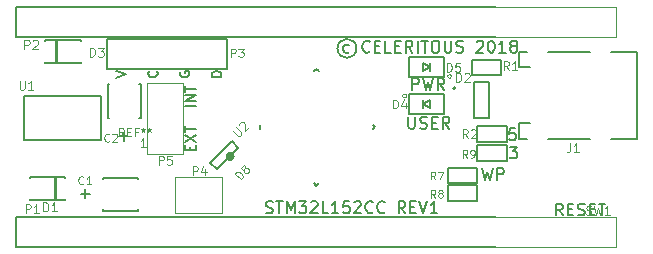
<source format=gto>
G04 #@! TF.FileFunction,Legend,Top*
%FSLAX46Y46*%
G04 Gerber Fmt 4.6, Leading zero omitted, Abs format (unit mm)*
G04 Created by KiCad (PCBNEW 4.0.7) date 06/12/18 13:46:57*
%MOMM*%
%LPD*%
G01*
G04 APERTURE LIST*
%ADD10C,0.100000*%
%ADD11C,0.150000*%
%ADD12C,0.200000*%
%ADD13C,0.152400*%
%ADD14C,0.300000*%
%ADD15C,0.250000*%
%ADD16C,0.097500*%
G04 APERTURE END LIST*
D10*
D11*
X41756667Y8487619D02*
X42375715Y8487619D01*
X42042381Y8106667D01*
X42185239Y8106667D01*
X42280477Y8059048D01*
X42328096Y8011429D01*
X42375715Y7916190D01*
X42375715Y7678095D01*
X42328096Y7582857D01*
X42280477Y7535238D01*
X42185239Y7487619D01*
X41899524Y7487619D01*
X41804286Y7535238D01*
X41756667Y7582857D01*
X42228096Y10047619D02*
X41751905Y10047619D01*
X41704286Y9571429D01*
X41751905Y9619048D01*
X41847143Y9666667D01*
X42085239Y9666667D01*
X42180477Y9619048D01*
X42228096Y9571429D01*
X42275715Y9476190D01*
X42275715Y9238095D01*
X42228096Y9142857D01*
X42180477Y9095238D01*
X42085239Y9047619D01*
X41847143Y9047619D01*
X41751905Y9095238D01*
X41704286Y9142857D01*
X8431905Y14343333D02*
X9231905Y14610000D01*
X8431905Y14876667D01*
X11855714Y14857619D02*
X11893810Y14819524D01*
X11931905Y14705238D01*
X11931905Y14629048D01*
X11893810Y14514762D01*
X11817619Y14438571D01*
X11741429Y14400476D01*
X11589048Y14362381D01*
X11474762Y14362381D01*
X11322381Y14400476D01*
X11246190Y14438571D01*
X11170000Y14514762D01*
X11131905Y14629048D01*
X11131905Y14705238D01*
X11170000Y14819524D01*
X11208095Y14857619D01*
X13870000Y14819524D02*
X13831905Y14743333D01*
X13831905Y14629048D01*
X13870000Y14514762D01*
X13946190Y14438571D01*
X14022381Y14400476D01*
X14174762Y14362381D01*
X14289048Y14362381D01*
X14441429Y14400476D01*
X14517619Y14438571D01*
X14593810Y14514762D01*
X14631905Y14629048D01*
X14631905Y14705238D01*
X14593810Y14819524D01*
X14555714Y14857619D01*
X14289048Y14857619D01*
X14289048Y14705238D01*
X17331905Y14400476D02*
X16531905Y14400476D01*
X16531905Y14590952D01*
X16570000Y14705238D01*
X16646190Y14781429D01*
X16722381Y14819524D01*
X16874762Y14857619D01*
X16989048Y14857619D01*
X17141429Y14819524D01*
X17217619Y14781429D01*
X17293810Y14705238D01*
X17331905Y14590952D01*
X17331905Y14400476D01*
X21108095Y2905238D02*
X21250952Y2857619D01*
X21489048Y2857619D01*
X21584286Y2905238D01*
X21631905Y2952857D01*
X21679524Y3048095D01*
X21679524Y3143333D01*
X21631905Y3238571D01*
X21584286Y3286190D01*
X21489048Y3333810D01*
X21298571Y3381429D01*
X21203333Y3429048D01*
X21155714Y3476667D01*
X21108095Y3571905D01*
X21108095Y3667143D01*
X21155714Y3762381D01*
X21203333Y3810000D01*
X21298571Y3857619D01*
X21536667Y3857619D01*
X21679524Y3810000D01*
X21965238Y3857619D02*
X22536667Y3857619D01*
X22250952Y2857619D02*
X22250952Y3857619D01*
X22870000Y2857619D02*
X22870000Y3857619D01*
X23203334Y3143333D01*
X23536667Y3857619D01*
X23536667Y2857619D01*
X23917619Y3857619D02*
X24536667Y3857619D01*
X24203333Y3476667D01*
X24346191Y3476667D01*
X24441429Y3429048D01*
X24489048Y3381429D01*
X24536667Y3286190D01*
X24536667Y3048095D01*
X24489048Y2952857D01*
X24441429Y2905238D01*
X24346191Y2857619D01*
X24060476Y2857619D01*
X23965238Y2905238D01*
X23917619Y2952857D01*
X24917619Y3762381D02*
X24965238Y3810000D01*
X25060476Y3857619D01*
X25298572Y3857619D01*
X25393810Y3810000D01*
X25441429Y3762381D01*
X25489048Y3667143D01*
X25489048Y3571905D01*
X25441429Y3429048D01*
X24870000Y2857619D01*
X25489048Y2857619D01*
X26393810Y2857619D02*
X25917619Y2857619D01*
X25917619Y3857619D01*
X27250953Y2857619D02*
X26679524Y2857619D01*
X26965238Y2857619D02*
X26965238Y3857619D01*
X26870000Y3714762D01*
X26774762Y3619524D01*
X26679524Y3571905D01*
X28155715Y3857619D02*
X27679524Y3857619D01*
X27631905Y3381429D01*
X27679524Y3429048D01*
X27774762Y3476667D01*
X28012858Y3476667D01*
X28108096Y3429048D01*
X28155715Y3381429D01*
X28203334Y3286190D01*
X28203334Y3048095D01*
X28155715Y2952857D01*
X28108096Y2905238D01*
X28012858Y2857619D01*
X27774762Y2857619D01*
X27679524Y2905238D01*
X27631905Y2952857D01*
X28584286Y3762381D02*
X28631905Y3810000D01*
X28727143Y3857619D01*
X28965239Y3857619D01*
X29060477Y3810000D01*
X29108096Y3762381D01*
X29155715Y3667143D01*
X29155715Y3571905D01*
X29108096Y3429048D01*
X28536667Y2857619D01*
X29155715Y2857619D01*
X30155715Y2952857D02*
X30108096Y2905238D01*
X29965239Y2857619D01*
X29870001Y2857619D01*
X29727143Y2905238D01*
X29631905Y3000476D01*
X29584286Y3095714D01*
X29536667Y3286190D01*
X29536667Y3429048D01*
X29584286Y3619524D01*
X29631905Y3714762D01*
X29727143Y3810000D01*
X29870001Y3857619D01*
X29965239Y3857619D01*
X30108096Y3810000D01*
X30155715Y3762381D01*
X31155715Y2952857D02*
X31108096Y2905238D01*
X30965239Y2857619D01*
X30870001Y2857619D01*
X30727143Y2905238D01*
X30631905Y3000476D01*
X30584286Y3095714D01*
X30536667Y3286190D01*
X30536667Y3429048D01*
X30584286Y3619524D01*
X30631905Y3714762D01*
X30727143Y3810000D01*
X30870001Y3857619D01*
X30965239Y3857619D01*
X31108096Y3810000D01*
X31155715Y3762381D01*
X32917620Y2857619D02*
X32584286Y3333810D01*
X32346191Y2857619D02*
X32346191Y3857619D01*
X32727144Y3857619D01*
X32822382Y3810000D01*
X32870001Y3762381D01*
X32917620Y3667143D01*
X32917620Y3524286D01*
X32870001Y3429048D01*
X32822382Y3381429D01*
X32727144Y3333810D01*
X32346191Y3333810D01*
X33346191Y3381429D02*
X33679525Y3381429D01*
X33822382Y2857619D02*
X33346191Y2857619D01*
X33346191Y3857619D01*
X33822382Y3857619D01*
X34108096Y3857619D02*
X34441429Y2857619D01*
X34774763Y3857619D01*
X35631906Y2857619D02*
X35060477Y2857619D01*
X35346191Y2857619D02*
X35346191Y3857619D01*
X35250953Y3714762D01*
X35155715Y3619524D01*
X35060477Y3571905D01*
D12*
X28771561Y16810000D02*
G75*
G03X28771561Y16810000I-801561J0D01*
G01*
D11*
X28139048Y16505238D02*
X28043810Y16457619D01*
X27853333Y16457619D01*
X27758095Y16505238D01*
X27710476Y16552857D01*
X27662857Y16648095D01*
X27662857Y16933810D01*
X27710476Y17029048D01*
X27758095Y17076667D01*
X27853333Y17124286D01*
X28043810Y17124286D01*
X28139048Y17076667D01*
X29900953Y16552857D02*
X29853334Y16505238D01*
X29710477Y16457619D01*
X29615239Y16457619D01*
X29472381Y16505238D01*
X29377143Y16600476D01*
X29329524Y16695714D01*
X29281905Y16886190D01*
X29281905Y17029048D01*
X29329524Y17219524D01*
X29377143Y17314762D01*
X29472381Y17410000D01*
X29615239Y17457619D01*
X29710477Y17457619D01*
X29853334Y17410000D01*
X29900953Y17362381D01*
X30329524Y16981429D02*
X30662858Y16981429D01*
X30805715Y16457619D02*
X30329524Y16457619D01*
X30329524Y17457619D01*
X30805715Y17457619D01*
X31710477Y16457619D02*
X31234286Y16457619D01*
X31234286Y17457619D01*
X32043810Y16981429D02*
X32377144Y16981429D01*
X32520001Y16457619D02*
X32043810Y16457619D01*
X32043810Y17457619D01*
X32520001Y17457619D01*
X33520001Y16457619D02*
X33186667Y16933810D01*
X32948572Y16457619D02*
X32948572Y17457619D01*
X33329525Y17457619D01*
X33424763Y17410000D01*
X33472382Y17362381D01*
X33520001Y17267143D01*
X33520001Y17124286D01*
X33472382Y17029048D01*
X33424763Y16981429D01*
X33329525Y16933810D01*
X32948572Y16933810D01*
X33948572Y16457619D02*
X33948572Y17457619D01*
X34281905Y17457619D02*
X34853334Y17457619D01*
X34567619Y16457619D02*
X34567619Y17457619D01*
X35377143Y17457619D02*
X35567620Y17457619D01*
X35662858Y17410000D01*
X35758096Y17314762D01*
X35805715Y17124286D01*
X35805715Y16790952D01*
X35758096Y16600476D01*
X35662858Y16505238D01*
X35567620Y16457619D01*
X35377143Y16457619D01*
X35281905Y16505238D01*
X35186667Y16600476D01*
X35139048Y16790952D01*
X35139048Y17124286D01*
X35186667Y17314762D01*
X35281905Y17410000D01*
X35377143Y17457619D01*
X36234286Y17457619D02*
X36234286Y16648095D01*
X36281905Y16552857D01*
X36329524Y16505238D01*
X36424762Y16457619D01*
X36615239Y16457619D01*
X36710477Y16505238D01*
X36758096Y16552857D01*
X36805715Y16648095D01*
X36805715Y17457619D01*
X37234286Y16505238D02*
X37377143Y16457619D01*
X37615239Y16457619D01*
X37710477Y16505238D01*
X37758096Y16552857D01*
X37805715Y16648095D01*
X37805715Y16743333D01*
X37758096Y16838571D01*
X37710477Y16886190D01*
X37615239Y16933810D01*
X37424762Y16981429D01*
X37329524Y17029048D01*
X37281905Y17076667D01*
X37234286Y17171905D01*
X37234286Y17267143D01*
X37281905Y17362381D01*
X37329524Y17410000D01*
X37424762Y17457619D01*
X37662858Y17457619D01*
X37805715Y17410000D01*
X38948572Y17362381D02*
X38996191Y17410000D01*
X39091429Y17457619D01*
X39329525Y17457619D01*
X39424763Y17410000D01*
X39472382Y17362381D01*
X39520001Y17267143D01*
X39520001Y17171905D01*
X39472382Y17029048D01*
X38900953Y16457619D01*
X39520001Y16457619D01*
X40139048Y17457619D02*
X40234287Y17457619D01*
X40329525Y17410000D01*
X40377144Y17362381D01*
X40424763Y17267143D01*
X40472382Y17076667D01*
X40472382Y16838571D01*
X40424763Y16648095D01*
X40377144Y16552857D01*
X40329525Y16505238D01*
X40234287Y16457619D01*
X40139048Y16457619D01*
X40043810Y16505238D01*
X39996191Y16552857D01*
X39948572Y16648095D01*
X39900953Y16838571D01*
X39900953Y17076667D01*
X39948572Y17267143D01*
X39996191Y17362381D01*
X40043810Y17410000D01*
X40139048Y17457619D01*
X41424763Y16457619D02*
X40853334Y16457619D01*
X41139048Y16457619D02*
X41139048Y17457619D01*
X41043810Y17314762D01*
X40948572Y17219524D01*
X40853334Y17171905D01*
X41996191Y17029048D02*
X41900953Y17076667D01*
X41853334Y17124286D01*
X41805715Y17219524D01*
X41805715Y17267143D01*
X41853334Y17362381D01*
X41900953Y17410000D01*
X41996191Y17457619D01*
X42186668Y17457619D01*
X42281906Y17410000D01*
X42329525Y17362381D01*
X42377144Y17267143D01*
X42377144Y17219524D01*
X42329525Y17124286D01*
X42281906Y17076667D01*
X42186668Y17029048D01*
X41996191Y17029048D01*
X41900953Y16981429D01*
X41853334Y16933810D01*
X41805715Y16838571D01*
X41805715Y16648095D01*
X41853334Y16552857D01*
X41900953Y16505238D01*
X41996191Y16457619D01*
X42186668Y16457619D01*
X42281906Y16505238D01*
X42329525Y16552857D01*
X42377144Y16648095D01*
X42377144Y16838571D01*
X42329525Y16933810D01*
X42281906Y16981429D01*
X42186668Y17029048D01*
X14705714Y8181430D02*
X14705714Y8481430D01*
X15177143Y8610001D02*
X15177143Y8181430D01*
X14277143Y8181430D01*
X14277143Y8610001D01*
X14277143Y8910001D02*
X15177143Y9510001D01*
X14277143Y9510001D02*
X15177143Y8910001D01*
X14277143Y9724287D02*
X14277143Y10238573D01*
X15177143Y9981430D02*
X14277143Y9981430D01*
X15177143Y11910001D02*
X14277143Y11910001D01*
X15177143Y12338572D02*
X14277143Y12338572D01*
X15177143Y12852857D01*
X14277143Y12852857D01*
X14277143Y13152857D02*
X14277143Y13667143D01*
X15177143Y13410000D02*
X14277143Y13410000D01*
X39441429Y6657619D02*
X39679524Y5657619D01*
X39870001Y6371905D01*
X40060477Y5657619D01*
X40298572Y6657619D01*
X40679524Y5657619D02*
X40679524Y6657619D01*
X41060477Y6657619D01*
X41155715Y6610000D01*
X41203334Y6562381D01*
X41250953Y6467143D01*
X41250953Y6324286D01*
X41203334Y6229048D01*
X41155715Y6181429D01*
X41060477Y6133810D01*
X40679524Y6133810D01*
X33496667Y13287619D02*
X33496667Y14287619D01*
X33877620Y14287619D01*
X33972858Y14240000D01*
X34020477Y14192381D01*
X34068096Y14097143D01*
X34068096Y13954286D01*
X34020477Y13859048D01*
X33972858Y13811429D01*
X33877620Y13763810D01*
X33496667Y13763810D01*
X34401429Y14287619D02*
X34639524Y13287619D01*
X34830001Y14001905D01*
X35020477Y13287619D01*
X35258572Y14287619D01*
X36210953Y13287619D02*
X35877619Y13763810D01*
X35639524Y13287619D02*
X35639524Y14287619D01*
X36020477Y14287619D01*
X36115715Y14240000D01*
X36163334Y14192381D01*
X36210953Y14097143D01*
X36210953Y13954286D01*
X36163334Y13859048D01*
X36115715Y13811429D01*
X36020477Y13763810D01*
X35639524Y13763810D01*
X33165714Y11007619D02*
X33165714Y10198095D01*
X33213333Y10102857D01*
X33260952Y10055238D01*
X33356190Y10007619D01*
X33546667Y10007619D01*
X33641905Y10055238D01*
X33689524Y10102857D01*
X33737143Y10198095D01*
X33737143Y11007619D01*
X34165714Y10055238D02*
X34308571Y10007619D01*
X34546667Y10007619D01*
X34641905Y10055238D01*
X34689524Y10102857D01*
X34737143Y10198095D01*
X34737143Y10293333D01*
X34689524Y10388571D01*
X34641905Y10436190D01*
X34546667Y10483810D01*
X34356190Y10531429D01*
X34260952Y10579048D01*
X34213333Y10626667D01*
X34165714Y10721905D01*
X34165714Y10817143D01*
X34213333Y10912381D01*
X34260952Y10960000D01*
X34356190Y11007619D01*
X34594286Y11007619D01*
X34737143Y10960000D01*
X35165714Y10531429D02*
X35499048Y10531429D01*
X35641905Y10007619D02*
X35165714Y10007619D01*
X35165714Y11007619D01*
X35641905Y11007619D01*
X36641905Y10007619D02*
X36308571Y10483810D01*
X36070476Y10007619D02*
X36070476Y11007619D01*
X36451429Y11007619D01*
X36546667Y10960000D01*
X36594286Y10912381D01*
X36641905Y10817143D01*
X36641905Y10674286D01*
X36594286Y10579048D01*
X36546667Y10531429D01*
X36451429Y10483810D01*
X36070476Y10483810D01*
X46237619Y2667619D02*
X45904285Y3143810D01*
X45666190Y2667619D02*
X45666190Y3667619D01*
X46047143Y3667619D01*
X46142381Y3620000D01*
X46190000Y3572381D01*
X46237619Y3477143D01*
X46237619Y3334286D01*
X46190000Y3239048D01*
X46142381Y3191429D01*
X46047143Y3143810D01*
X45666190Y3143810D01*
X46666190Y3191429D02*
X46999524Y3191429D01*
X47142381Y2667619D02*
X46666190Y2667619D01*
X46666190Y3667619D01*
X47142381Y3667619D01*
X47523333Y2715238D02*
X47666190Y2667619D01*
X47904286Y2667619D01*
X47999524Y2715238D01*
X48047143Y2762857D01*
X48094762Y2858095D01*
X48094762Y2953333D01*
X48047143Y3048571D01*
X47999524Y3096190D01*
X47904286Y3143810D01*
X47713809Y3191429D01*
X47618571Y3239048D01*
X47570952Y3286667D01*
X47523333Y3381905D01*
X47523333Y3477143D01*
X47570952Y3572381D01*
X47618571Y3620000D01*
X47713809Y3667619D01*
X47951905Y3667619D01*
X48094762Y3620000D01*
X48523333Y3191429D02*
X48856667Y3191429D01*
X48999524Y2667619D02*
X48523333Y2667619D01*
X48523333Y3667619D01*
X48999524Y3667619D01*
X49285238Y3667619D02*
X49856667Y3667619D01*
X49570952Y2667619D02*
X49570952Y3667619D01*
X39966500Y13936000D02*
X39966500Y10936000D01*
X39966500Y10936000D02*
X38766500Y10936000D01*
X38766500Y10936000D02*
X38766500Y13936000D01*
X38766500Y13936000D02*
X39966500Y13936000D01*
X37166500Y13436000D02*
G75*
G03X37166500Y13436000I-100000J0D01*
G01*
X43232000Y9117000D02*
X42532000Y9117000D01*
X42532000Y9117000D02*
X42532000Y10517000D01*
X42532000Y10517000D02*
X43432000Y10517000D01*
X48532000Y9117000D02*
X45032000Y9117000D01*
X50332000Y16517000D02*
X52532000Y16517000D01*
X52532000Y16517000D02*
X52532000Y9117000D01*
X52532000Y9117000D02*
X50332000Y9117000D01*
X45032000Y16517000D02*
X48532000Y16517000D01*
X43432000Y15217000D02*
X42532000Y15217000D01*
X42532000Y15217000D02*
X42532000Y16517000D01*
X42532000Y16517000D02*
X43232000Y16517000D01*
D10*
X40630000Y2530000D02*
X50790000Y2530000D01*
X50790000Y2530000D02*
X50790000Y-10000D01*
X50790000Y-10000D02*
X40630000Y-10000D01*
D13*
X25390000Y-10000D02*
X40630000Y-10000D01*
X40630000Y2530000D02*
X25390000Y2530000D01*
X25390000Y-10000D02*
X-10000Y-10000D01*
D11*
X-10000Y-10000D02*
X-10000Y2530000D01*
X-10000Y2530000D02*
X25390000Y2530000D01*
D10*
X40630000Y20310000D02*
X50790000Y20310000D01*
X50790000Y20310000D02*
X50790000Y17770000D01*
X50790000Y17770000D02*
X40630000Y17770000D01*
D13*
X25390000Y17770000D02*
X40630000Y17770000D01*
X40630000Y20310000D02*
X25390000Y20310000D01*
X25390000Y17770000D02*
X-10000Y17770000D01*
D11*
X-10000Y17770000D02*
X-10000Y20310000D01*
X-10000Y20310000D02*
X25390000Y20310000D01*
X17790000Y17630000D02*
X17790000Y15090000D01*
X17790000Y15090000D02*
X7630000Y15090000D01*
X7630000Y15090000D02*
X7630000Y17630000D01*
X7630000Y17630000D02*
X17790000Y17630000D01*
D12*
X38554500Y15816000D02*
X41054500Y15816000D01*
X41054500Y15816000D02*
X41054500Y14516000D01*
X41054500Y14516000D02*
X38554500Y14516000D01*
X38554500Y14516000D02*
X38554500Y15816000D01*
X41520000Y8910000D02*
X39020000Y8910000D01*
X39020000Y8910000D02*
X39020000Y10210000D01*
X39020000Y10210000D02*
X41520000Y10210000D01*
X41520000Y10210000D02*
X41520000Y8910000D01*
D11*
X620000Y12810000D02*
X7120000Y12810000D01*
X7120000Y12810000D02*
X7120000Y9060000D01*
X7120000Y9060000D02*
X620000Y9060000D01*
X620000Y9060000D02*
X620000Y12810000D01*
D14*
X18306310Y7655285D02*
G75*
G03X18306310Y7655285I-224442J0D01*
G01*
D11*
X20617029Y9973223D02*
X20617029Y10326777D01*
X25213223Y14922971D02*
X25390000Y15099747D01*
X25390000Y15099747D02*
X25566777Y14922971D01*
X25566777Y5377029D02*
X25390000Y5200253D01*
X25390000Y5200253D02*
X25213223Y5377029D01*
X30162971Y9973223D02*
X30339747Y10150000D01*
X30339747Y10150000D02*
X30162971Y10326777D01*
D12*
X33220000Y12960000D02*
X36220000Y12960000D01*
X36220000Y12960000D02*
X36220000Y11260000D01*
X36220000Y11260000D02*
X33220000Y11260000D01*
X33220000Y11260000D02*
X33220000Y12960000D01*
X34425600Y12110000D02*
X35014400Y12450000D01*
X35014400Y12450000D02*
X35014400Y11770000D01*
X35014400Y11770000D02*
X34425600Y12110000D01*
X34425600Y12450000D02*
X34425600Y11770000D01*
X36220000Y14410000D02*
X33220000Y14410000D01*
X33220000Y14410000D02*
X33220000Y16110000D01*
X33220000Y16110000D02*
X36220000Y16110000D01*
X36220000Y16110000D02*
X36220000Y14410000D01*
X35014400Y15260000D02*
X34425600Y14920000D01*
X34425600Y14920000D02*
X34425600Y15600000D01*
X34425600Y15600000D02*
X35014400Y15260000D01*
X35014400Y14920000D02*
X35014400Y15600000D01*
D10*
X17420000Y2910000D02*
X13420000Y2910000D01*
X17420000Y5910000D02*
X13420000Y5910000D01*
X13420000Y5910000D02*
X13420000Y2910000D01*
X17420000Y2910000D02*
X17420000Y5910000D01*
X11070000Y7910000D02*
X11070000Y13910000D01*
X14070000Y13910000D02*
X14070000Y7910000D01*
X14070000Y13910000D02*
X11070000Y13910000D01*
X11070000Y7910000D02*
X14070000Y7910000D01*
D12*
X39020000Y5410000D02*
X36520000Y5410000D01*
X36520000Y5410000D02*
X36520000Y6710000D01*
X36520000Y6710000D02*
X39020000Y6710000D01*
X39020000Y6710000D02*
X39020000Y5410000D01*
X36520000Y5210000D02*
X39020000Y5210000D01*
X39020000Y5210000D02*
X39020000Y3910000D01*
X39020000Y3910000D02*
X36520000Y3910000D01*
X36520000Y3910000D02*
X36520000Y5210000D01*
X41520000Y7310000D02*
X39020000Y7310000D01*
X39020000Y7310000D02*
X39020000Y8610000D01*
X39020000Y8610000D02*
X41520000Y8610000D01*
X41520000Y8610000D02*
X41520000Y7310000D01*
D11*
X10390000Y13807000D02*
X10517000Y13807000D01*
X10517000Y13807000D02*
X10517000Y10886000D01*
X10517000Y10886000D02*
X10390000Y10886000D01*
X7850000Y10886000D02*
X7723000Y10886000D01*
X7723000Y10886000D02*
X7723000Y13807000D01*
X7723000Y13807000D02*
X7850000Y13807000D01*
X10267000Y3190000D02*
X10267000Y3063000D01*
X10267000Y3063000D02*
X7346000Y3063000D01*
X7346000Y3063000D02*
X7346000Y3190000D01*
X7346000Y5730000D02*
X7346000Y5857000D01*
X7346000Y5857000D02*
X10267000Y5857000D01*
X10267000Y5857000D02*
X10267000Y5730000D01*
X18764975Y8403503D02*
X18199289Y8969188D01*
X18199289Y8969188D02*
X16360812Y7130711D01*
X16360812Y7130711D02*
X16926497Y6565025D01*
X16926497Y6565025D02*
X18764975Y8403503D01*
D15*
X3320000Y15660000D02*
X3320000Y17460000D01*
D11*
X5420000Y17460000D02*
X5420000Y17560000D01*
X5420000Y17560000D02*
X2420000Y17560000D01*
X2420000Y17560000D02*
X2420000Y17460000D01*
X5420000Y15660000D02*
X5420000Y15560000D01*
X5420000Y15560000D02*
X2420000Y15560000D01*
X2420000Y15560000D02*
X2420000Y15660000D01*
D15*
X3220000Y5860000D02*
X3220000Y4060000D01*
D11*
X1120000Y4060000D02*
X1120000Y3960000D01*
X1120000Y3960000D02*
X4120000Y3960000D01*
X4120000Y3960000D02*
X4120000Y4060000D01*
X1120000Y5860000D02*
X1120000Y5960000D01*
X1120000Y5960000D02*
X4120000Y5960000D01*
X4120000Y5960000D02*
X4120000Y5860000D01*
D10*
X37216428Y13970714D02*
X37216428Y14720714D01*
X37395000Y14720714D01*
X37502143Y14685000D01*
X37573571Y14613571D01*
X37609286Y14542143D01*
X37645000Y14399286D01*
X37645000Y14292143D01*
X37609286Y14149286D01*
X37573571Y14077857D01*
X37502143Y14006429D01*
X37395000Y13970714D01*
X37216428Y13970714D01*
X37930714Y14649286D02*
X37966428Y14685000D01*
X38037857Y14720714D01*
X38216428Y14720714D01*
X38287857Y14685000D01*
X38323571Y14649286D01*
X38359286Y14577857D01*
X38359286Y14506429D01*
X38323571Y14399286D01*
X37895000Y13970714D01*
X38359286Y13970714D01*
X46857000Y8782714D02*
X46857000Y8247000D01*
X46821286Y8139857D01*
X46749857Y8068429D01*
X46642714Y8032714D01*
X46571286Y8032714D01*
X47607001Y8032714D02*
X47178429Y8032714D01*
X47392715Y8032714D02*
X47392715Y8782714D01*
X47321286Y8675571D01*
X47249858Y8604143D01*
X47178429Y8568429D01*
X803334Y2893333D02*
X803334Y3593333D01*
X1070000Y3593333D01*
X1136667Y3560000D01*
X1170000Y3526667D01*
X1203334Y3460000D01*
X1203334Y3360000D01*
X1170000Y3293333D01*
X1136667Y3260000D01*
X1070000Y3226667D01*
X803334Y3226667D01*
X1870000Y2893333D02*
X1470000Y2893333D01*
X1670000Y2893333D02*
X1670000Y3593333D01*
X1603334Y3493333D01*
X1536667Y3426667D01*
X1470000Y3393333D01*
X666428Y16770714D02*
X666428Y17520714D01*
X952143Y17520714D01*
X1023571Y17485000D01*
X1059286Y17449286D01*
X1095000Y17377857D01*
X1095000Y17270714D01*
X1059286Y17199286D01*
X1023571Y17163571D01*
X952143Y17127857D01*
X666428Y17127857D01*
X1380714Y17449286D02*
X1416428Y17485000D01*
X1487857Y17520714D01*
X1666428Y17520714D01*
X1737857Y17485000D01*
X1773571Y17449286D01*
X1809286Y17377857D01*
X1809286Y17306429D01*
X1773571Y17199286D01*
X1345000Y16770714D01*
X1809286Y16770714D01*
X18153334Y16093333D02*
X18153334Y16793333D01*
X18420000Y16793333D01*
X18486667Y16760000D01*
X18520000Y16726667D01*
X18553334Y16660000D01*
X18553334Y16560000D01*
X18520000Y16493333D01*
X18486667Y16460000D01*
X18420000Y16426667D01*
X18153334Y16426667D01*
X18786667Y16793333D02*
X19220000Y16793333D01*
X18986667Y16526667D01*
X19086667Y16526667D01*
X19153334Y16493333D01*
X19186667Y16460000D01*
X19220000Y16393333D01*
X19220000Y16226667D01*
X19186667Y16160000D01*
X19153334Y16126667D01*
X19086667Y16093333D01*
X18886667Y16093333D01*
X18820000Y16126667D01*
X18786667Y16160000D01*
X41695000Y14970714D02*
X41445000Y15327857D01*
X41266428Y14970714D02*
X41266428Y15720714D01*
X41552143Y15720714D01*
X41623571Y15685000D01*
X41659286Y15649286D01*
X41695000Y15577857D01*
X41695000Y15470714D01*
X41659286Y15399286D01*
X41623571Y15363571D01*
X41552143Y15327857D01*
X41266428Y15327857D01*
X42409286Y14970714D02*
X41980714Y14970714D01*
X42195000Y14970714D02*
X42195000Y15720714D01*
X42123571Y15613571D01*
X42052143Y15542143D01*
X41980714Y15506429D01*
X38195000Y9220714D02*
X37945000Y9577857D01*
X37766428Y9220714D02*
X37766428Y9970714D01*
X38052143Y9970714D01*
X38123571Y9935000D01*
X38159286Y9899286D01*
X38195000Y9827857D01*
X38195000Y9720714D01*
X38159286Y9649286D01*
X38123571Y9613571D01*
X38052143Y9577857D01*
X37766428Y9577857D01*
X38480714Y9899286D02*
X38516428Y9935000D01*
X38587857Y9970714D01*
X38766428Y9970714D01*
X38837857Y9935000D01*
X38873571Y9899286D01*
X38909286Y9827857D01*
X38909286Y9756429D01*
X38873571Y9649286D01*
X38445000Y9220714D01*
X38909286Y9220714D01*
X250571Y14062714D02*
X250571Y13455571D01*
X286286Y13384143D01*
X322000Y13348429D01*
X393429Y13312714D01*
X536286Y13312714D01*
X607714Y13348429D01*
X643429Y13384143D01*
X679143Y13455571D01*
X679143Y14062714D01*
X1429143Y13312714D02*
X1000571Y13312714D01*
X1214857Y13312714D02*
X1214857Y14062714D01*
X1143428Y13955571D01*
X1072000Y13884143D01*
X1000571Y13848429D01*
X18282020Y9845857D02*
X18711335Y9416542D01*
X18787096Y9391289D01*
X18837604Y9391289D01*
X18913366Y9416543D01*
X19014381Y9517558D01*
X19039634Y9593320D01*
X19039635Y9643828D01*
X19014381Y9719589D01*
X18585066Y10148904D01*
X18862857Y10325680D02*
X18862857Y10376187D01*
X18888112Y10451949D01*
X19014380Y10578218D01*
X19090142Y10603472D01*
X19140649Y10603472D01*
X19216411Y10578218D01*
X19266919Y10527711D01*
X19317426Y10426695D01*
X19317427Y9820604D01*
X19645726Y10148904D01*
X31866428Y11720714D02*
X31866428Y12470714D01*
X32045000Y12470714D01*
X32152143Y12435000D01*
X32223571Y12363571D01*
X32259286Y12292143D01*
X32295000Y12149286D01*
X32295000Y12042143D01*
X32259286Y11899286D01*
X32223571Y11827857D01*
X32152143Y11756429D01*
X32045000Y11720714D01*
X31866428Y11720714D01*
X32937857Y12220714D02*
X32937857Y11720714D01*
X32759286Y12506429D02*
X32580714Y11970714D01*
X33045000Y11970714D01*
X32781905Y12983810D02*
X32858095Y12983810D01*
X32934286Y12945714D01*
X32972381Y12869524D01*
X32972381Y12793333D01*
X32934286Y12717143D01*
X32858095Y12679048D01*
X32781905Y12679048D01*
X32705714Y12717143D01*
X32667619Y12793333D01*
X32667619Y12869524D01*
X32705714Y12945714D01*
X32781905Y12983810D01*
X36416428Y14820714D02*
X36416428Y15570714D01*
X36595000Y15570714D01*
X36702143Y15535000D01*
X36773571Y15463571D01*
X36809286Y15392143D01*
X36845000Y15249286D01*
X36845000Y15142143D01*
X36809286Y14999286D01*
X36773571Y14927857D01*
X36702143Y14856429D01*
X36595000Y14820714D01*
X36416428Y14820714D01*
X37523571Y15570714D02*
X37166428Y15570714D01*
X37130714Y15213571D01*
X37166428Y15249286D01*
X37237857Y15285000D01*
X37416428Y15285000D01*
X37487857Y15249286D01*
X37523571Y15213571D01*
X37559286Y15142143D01*
X37559286Y14963571D01*
X37523571Y14892143D01*
X37487857Y14856429D01*
X37416428Y14820714D01*
X37237857Y14820714D01*
X37166428Y14856429D01*
X37130714Y14892143D01*
X36581905Y14633810D02*
X36658095Y14633810D01*
X36734286Y14595714D01*
X36772381Y14519524D01*
X36772381Y14443333D01*
X36734286Y14367143D01*
X36658095Y14329048D01*
X36581905Y14329048D01*
X36505714Y14367143D01*
X36467619Y14443333D01*
X36467619Y14519524D01*
X36505714Y14595714D01*
X36581905Y14633810D01*
X14916428Y6070714D02*
X14916428Y6820714D01*
X15202143Y6820714D01*
X15273571Y6785000D01*
X15309286Y6749286D01*
X15345000Y6677857D01*
X15345000Y6570714D01*
X15309286Y6499286D01*
X15273571Y6463571D01*
X15202143Y6427857D01*
X14916428Y6427857D01*
X15987857Y6570714D02*
X15987857Y6070714D01*
X15809286Y6856429D02*
X15630714Y6320714D01*
X16095000Y6320714D01*
X12016428Y6970714D02*
X12016428Y7720714D01*
X12302143Y7720714D01*
X12373571Y7685000D01*
X12409286Y7649286D01*
X12445000Y7577857D01*
X12445000Y7470714D01*
X12409286Y7399286D01*
X12373571Y7363571D01*
X12302143Y7327857D01*
X12016428Y7327857D01*
X13123571Y7720714D02*
X12766428Y7720714D01*
X12730714Y7363571D01*
X12766428Y7399286D01*
X12837857Y7435000D01*
X13016428Y7435000D01*
X13087857Y7399286D01*
X13123571Y7363571D01*
X13159286Y7292143D01*
X13159286Y7113571D01*
X13123571Y7042143D01*
X13087857Y7006429D01*
X13016428Y6970714D01*
X12837857Y6970714D01*
X12766428Y7006429D01*
X12730714Y7042143D01*
X10934286Y8470714D02*
X10505714Y8470714D01*
X10720000Y8470714D02*
X10720000Y9220714D01*
X10648571Y9113571D01*
X10577143Y9042143D01*
X10505714Y9006429D01*
X48220000Y2756429D02*
X48327143Y2720714D01*
X48505714Y2720714D01*
X48577143Y2756429D01*
X48612857Y2792143D01*
X48648572Y2863571D01*
X48648572Y2935000D01*
X48612857Y3006429D01*
X48577143Y3042143D01*
X48505714Y3077857D01*
X48362857Y3113571D01*
X48291429Y3149286D01*
X48255714Y3185000D01*
X48220000Y3256429D01*
X48220000Y3327857D01*
X48255714Y3399286D01*
X48291429Y3435000D01*
X48362857Y3470714D01*
X48541429Y3470714D01*
X48648572Y3435000D01*
X48898572Y3470714D02*
X49077143Y2720714D01*
X49220000Y3256429D01*
X49362858Y2720714D01*
X49541429Y3470714D01*
X50220001Y2720714D02*
X49791429Y2720714D01*
X50005715Y2720714D02*
X50005715Y3470714D01*
X49934286Y3363571D01*
X49862858Y3292143D01*
X49791429Y3256429D01*
D16*
X35461666Y5715952D02*
X35245000Y6025476D01*
X35090238Y5715952D02*
X35090238Y6365952D01*
X35337857Y6365952D01*
X35399762Y6335000D01*
X35430714Y6304048D01*
X35461666Y6242143D01*
X35461666Y6149286D01*
X35430714Y6087381D01*
X35399762Y6056429D01*
X35337857Y6025476D01*
X35090238Y6025476D01*
X35678333Y6365952D02*
X36111666Y6365952D01*
X35833095Y5715952D01*
X35461666Y4165952D02*
X35245000Y4475476D01*
X35090238Y4165952D02*
X35090238Y4815952D01*
X35337857Y4815952D01*
X35399762Y4785000D01*
X35430714Y4754048D01*
X35461666Y4692143D01*
X35461666Y4599286D01*
X35430714Y4537381D01*
X35399762Y4506429D01*
X35337857Y4475476D01*
X35090238Y4475476D01*
X35833095Y4537381D02*
X35771190Y4568333D01*
X35740238Y4599286D01*
X35709286Y4661190D01*
X35709286Y4692143D01*
X35740238Y4754048D01*
X35771190Y4785000D01*
X35833095Y4815952D01*
X35956905Y4815952D01*
X36018809Y4785000D01*
X36049762Y4754048D01*
X36080714Y4692143D01*
X36080714Y4661190D01*
X36049762Y4599286D01*
X36018809Y4568333D01*
X35956905Y4537381D01*
X35833095Y4537381D01*
X35771190Y4506429D01*
X35740238Y4475476D01*
X35709286Y4413571D01*
X35709286Y4289762D01*
X35740238Y4227857D01*
X35771190Y4196905D01*
X35833095Y4165952D01*
X35956905Y4165952D01*
X36018809Y4196905D01*
X36049762Y4227857D01*
X36080714Y4289762D01*
X36080714Y4413571D01*
X36049762Y4475476D01*
X36018809Y4506429D01*
X35956905Y4537381D01*
X38161666Y7565952D02*
X37945000Y7875476D01*
X37790238Y7565952D02*
X37790238Y8215952D01*
X38037857Y8215952D01*
X38099762Y8185000D01*
X38130714Y8154048D01*
X38161666Y8092143D01*
X38161666Y7999286D01*
X38130714Y7937381D01*
X38099762Y7906429D01*
X38037857Y7875476D01*
X37790238Y7875476D01*
X38471190Y7565952D02*
X38595000Y7565952D01*
X38656905Y7596905D01*
X38687857Y7627857D01*
X38749762Y7720714D01*
X38780714Y7844524D01*
X38780714Y8092143D01*
X38749762Y8154048D01*
X38718809Y8185000D01*
X38656905Y8215952D01*
X38533095Y8215952D01*
X38471190Y8185000D01*
X38440238Y8154048D01*
X38409286Y8092143D01*
X38409286Y7937381D01*
X38440238Y7875476D01*
X38471190Y7844524D01*
X38533095Y7813571D01*
X38656905Y7813571D01*
X38718809Y7844524D01*
X38749762Y7875476D01*
X38780714Y7937381D01*
D10*
X7853334Y8960000D02*
X7820000Y8926667D01*
X7720000Y8893333D01*
X7653334Y8893333D01*
X7553334Y8926667D01*
X7486667Y8993333D01*
X7453334Y9060000D01*
X7420000Y9193333D01*
X7420000Y9293333D01*
X7453334Y9426667D01*
X7486667Y9493333D01*
X7553334Y9560000D01*
X7653334Y9593333D01*
X7720000Y9593333D01*
X7820000Y9560000D01*
X7853334Y9526667D01*
X8120000Y9526667D02*
X8153334Y9560000D01*
X8220000Y9593333D01*
X8386667Y9593333D01*
X8453334Y9560000D01*
X8486667Y9526667D01*
X8520000Y9460000D01*
X8520000Y9393333D01*
X8486667Y9293333D01*
X8086667Y8893333D01*
X8520000Y8893333D01*
D11*
X9064429Y8981048D02*
X9064429Y9742953D01*
X9445381Y9362001D02*
X8683476Y9362001D01*
D10*
X5653334Y5360000D02*
X5620000Y5326667D01*
X5520000Y5293333D01*
X5453334Y5293333D01*
X5353334Y5326667D01*
X5286667Y5393333D01*
X5253334Y5460000D01*
X5220000Y5593333D01*
X5220000Y5693333D01*
X5253334Y5826667D01*
X5286667Y5893333D01*
X5353334Y5960000D01*
X5453334Y5993333D01*
X5520000Y5993333D01*
X5620000Y5960000D01*
X5653334Y5926667D01*
X6320000Y5293333D02*
X5920000Y5293333D01*
X6120000Y5293333D02*
X6120000Y5993333D01*
X6053334Y5893333D01*
X5986667Y5826667D01*
X5920000Y5793333D01*
D11*
X5441048Y4515571D02*
X6202953Y4515571D01*
X5822001Y4134619D02*
X5822001Y4896524D01*
D10*
X18978579Y5720745D02*
X18483605Y6215719D01*
X18601455Y6333570D01*
X18695736Y6380711D01*
X18790017Y6380711D01*
X18860727Y6357141D01*
X18978579Y6286430D01*
X19049290Y6215719D01*
X19120000Y6097868D01*
X19143571Y6027157D01*
X19143570Y5932877D01*
X19096430Y5838595D01*
X18978579Y5720745D01*
X19261422Y6569273D02*
X19190711Y6545703D01*
X19143571Y6545703D01*
X19072859Y6569273D01*
X19049289Y6592843D01*
X19025719Y6663554D01*
X19025719Y6710694D01*
X19049290Y6781405D01*
X19143571Y6875685D01*
X19214281Y6899256D01*
X19261421Y6899256D01*
X19332132Y6875685D01*
X19355702Y6852115D01*
X19379273Y6781405D01*
X19379273Y6734265D01*
X19355703Y6663553D01*
X19261422Y6569273D01*
X19237851Y6498562D01*
X19237851Y6451422D01*
X19261421Y6380711D01*
X19355702Y6286430D01*
X19426413Y6262860D01*
X19473553Y6262860D01*
X19544265Y6286430D01*
X19638545Y6380711D01*
X19662115Y6451422D01*
X19662115Y6498562D01*
X19638545Y6569273D01*
X19544264Y6663553D01*
X19473553Y6687124D01*
X19426413Y6687124D01*
X19355703Y6663553D01*
X6216428Y16120714D02*
X6216428Y16870714D01*
X6395000Y16870714D01*
X6502143Y16835000D01*
X6573571Y16763571D01*
X6609286Y16692143D01*
X6645000Y16549286D01*
X6645000Y16442143D01*
X6609286Y16299286D01*
X6573571Y16227857D01*
X6502143Y16156429D01*
X6395000Y16120714D01*
X6216428Y16120714D01*
X6895000Y16870714D02*
X7359286Y16870714D01*
X7109286Y16585000D01*
X7216428Y16585000D01*
X7287857Y16549286D01*
X7323571Y16513571D01*
X7359286Y16442143D01*
X7359286Y16263571D01*
X7323571Y16192143D01*
X7287857Y16156429D01*
X7216428Y16120714D01*
X7002143Y16120714D01*
X6930714Y16156429D01*
X6895000Y16192143D01*
X2266428Y3020714D02*
X2266428Y3770714D01*
X2445000Y3770714D01*
X2552143Y3735000D01*
X2623571Y3663571D01*
X2659286Y3592143D01*
X2695000Y3449286D01*
X2695000Y3342143D01*
X2659286Y3199286D01*
X2623571Y3127857D01*
X2552143Y3056429D01*
X2445000Y3020714D01*
X2266428Y3020714D01*
X3409286Y3020714D02*
X2980714Y3020714D01*
X3195000Y3020714D02*
X3195000Y3770714D01*
X3123571Y3663571D01*
X3052143Y3592143D01*
X2980714Y3556429D01*
X9077868Y9366133D02*
X8844534Y9699467D01*
X8677868Y9366133D02*
X8677868Y10066133D01*
X8944534Y10066133D01*
X9011201Y10032800D01*
X9044534Y9999467D01*
X9077868Y9932800D01*
X9077868Y9832800D01*
X9044534Y9766133D01*
X9011201Y9732800D01*
X8944534Y9699467D01*
X8677868Y9699467D01*
X9377868Y9732800D02*
X9611201Y9732800D01*
X9711201Y9366133D02*
X9377868Y9366133D01*
X9377868Y10066133D01*
X9711201Y10066133D01*
X10244534Y9732800D02*
X10011201Y9732800D01*
X10011201Y9366133D02*
X10011201Y10066133D01*
X10344534Y10066133D01*
X10711201Y10066133D02*
X10711201Y9899467D01*
X10544534Y9966133D02*
X10711201Y9899467D01*
X10877867Y9966133D01*
X10611201Y9766133D02*
X10711201Y9899467D01*
X10811201Y9766133D01*
X11244534Y10066133D02*
X11244534Y9899467D01*
X11077867Y9966133D02*
X11244534Y9899467D01*
X11411200Y9966133D01*
X11144534Y9766133D02*
X11244534Y9899467D01*
X11344534Y9766133D01*
M02*

</source>
